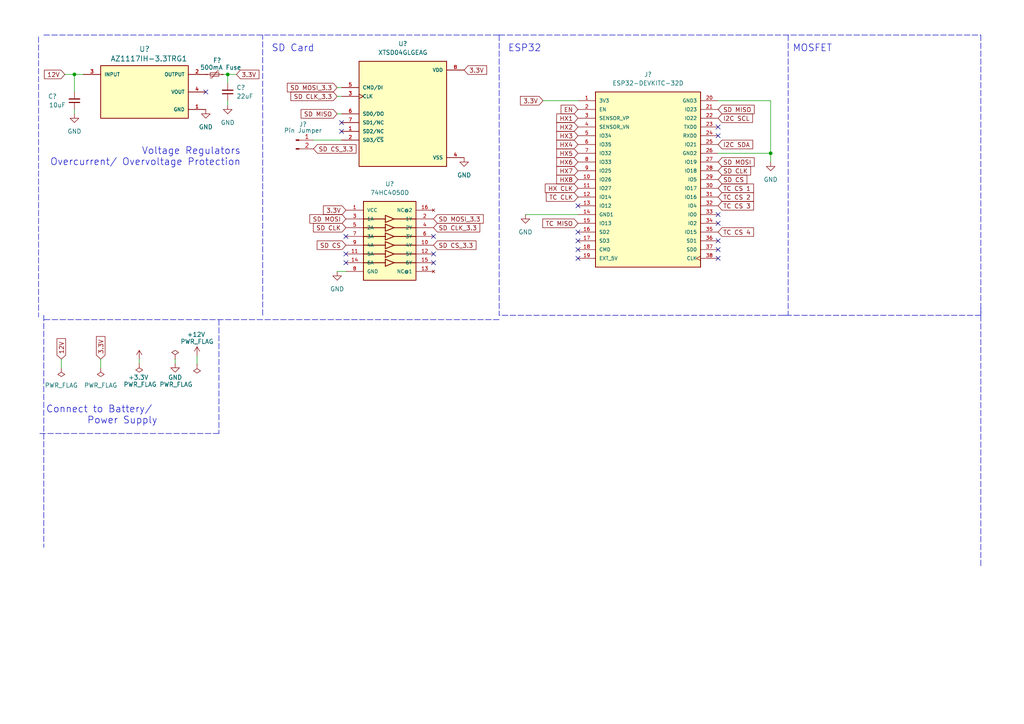
<source format=kicad_sch>
(kicad_sch (version 20211123) (generator eeschema)
  (paper "A4")
  (lib_symbols
    (symbol "AZ1117IH-3.3TRG1:AZ1117IH-3.3TRG1" (pin_names (offset 1.016))
      (property "Reference" "U" (at -12.7 8.128 0))
      (property "Value" "AZ1117IH-3.3TRG1" (at -12.7 -10.16 0))
      (symbol "AZ1117IH-3.3TRG1_0_0"
        (rectangle (start -12.7 -7.62) (end 12.7 7.62) (stroke (width 0.254)) (fill (type background)))
        (pin power_in line (at 17.78 -5.08 180) (length 5.08) (name "GND") (number "1"))
        (pin output line (at 17.78 5.08 180) (length 5.08) (name "OUTPUT") (number "2"))
        (pin input line (at -17.78 5.08 0) (length 5.08) (name "INPUT") (number "3"))
        (pin output line (at 17.78 0 180) (length 5.08) (name "VOUT") (number "4"))
      )
    )
    (symbol "Buf_74HC4050D:74HC4050D" (pin_names (offset 1.016))
      (property "Reference" "U" (at -7.38 11.9607 0))
      (property "Value" "74HC4050D" (at -7.6329 -13.7392 0))
      (symbol "74HC4050D_0_0"
        (rectangle (start -7.62 -11.43) (end 7.62 11.43) (stroke (width 0.254)) (fill (type background)))
        (polyline (pts (xy -7.62 -6.35) (xy -1.27 -6.35)) (stroke (width 0.254)))
        (polyline (pts (xy -7.62 -3.81) (xy -1.27 -3.81)) (stroke (width 0.254)))
        (polyline (pts (xy -7.62 -1.27) (xy -1.27 -1.27)) (stroke (width 0.254)))
        (polyline (pts (xy -7.62 1.27) (xy -1.27 1.27)) (stroke (width 0.254)))
        (polyline (pts (xy -7.62 3.81) (xy -1.27 3.81)) (stroke (width 0.254)))
        (polyline (pts (xy -7.62 6.35) (xy -1.27 6.35)) (stroke (width 0.254)))
        (polyline (pts (xy -1.27 -7.366) (xy -1.27 -6.35)) (stroke (width 0.254)))
        (polyline (pts (xy -1.27 -7.366) (xy 1.27 -6.35)) (stroke (width 0.254)))
        (polyline (pts (xy -1.27 -5.334) (xy -1.27 -6.35)) (stroke (width 0.254)))
        (polyline (pts (xy -1.27 -4.826) (xy 1.27 -3.81)) (stroke (width 0.254)))
        (polyline (pts (xy -1.27 -3.81) (xy -1.27 -4.826)) (stroke (width 0.254)))
        (polyline (pts (xy -1.27 -2.794) (xy -1.27 -3.81)) (stroke (width 0.254)))
        (polyline (pts (xy -1.27 -2.286) (xy -1.27 -1.27)) (stroke (width 0.254)))
        (polyline (pts (xy -1.27 -2.286) (xy 1.27 -1.27)) (stroke (width 0.254)))
        (polyline (pts (xy -1.27 -0.254) (xy -1.27 -1.27)) (stroke (width 0.254)))
        (polyline (pts (xy -1.27 0.254) (xy 1.27 1.27)) (stroke (width 0.254)))
        (polyline (pts (xy -1.27 1.27) (xy -1.27 0.254)) (stroke (width 0.254)))
        (polyline (pts (xy -1.27 2.286) (xy -1.27 1.27)) (stroke (width 0.254)))
        (polyline (pts (xy -1.27 2.794) (xy -1.27 3.81)) (stroke (width 0.254)))
        (polyline (pts (xy -1.27 2.794) (xy 1.27 3.81)) (stroke (width 0.254)))
        (polyline (pts (xy -1.27 4.826) (xy -1.27 3.81)) (stroke (width 0.254)))
        (polyline (pts (xy -1.27 5.334) (xy 1.27 6.35)) (stroke (width 0.254)))
        (polyline (pts (xy -1.27 6.35) (xy -1.27 5.334)) (stroke (width 0.254)))
        (polyline (pts (xy -1.27 7.366) (xy -1.27 6.35)) (stroke (width 0.254)))
        (polyline (pts (xy 1.27 -6.35) (xy -1.27 -5.334)) (stroke (width 0.254)))
        (polyline (pts (xy 1.27 -3.81) (xy -1.27 -2.794)) (stroke (width 0.254)))
        (polyline (pts (xy 1.27 -1.27) (xy -1.27 -0.254)) (stroke (width 0.254)))
        (polyline (pts (xy 1.27 1.27) (xy -1.27 2.286)) (stroke (width 0.254)))
        (polyline (pts (xy 1.27 3.81) (xy -1.27 4.826)) (stroke (width 0.254)))
        (polyline (pts (xy 1.27 6.35) (xy -1.27 7.366)) (stroke (width 0.254)))
        (polyline (pts (xy 7.62 -6.35) (xy 1.27 -6.35)) (stroke (width 0.254)))
        (polyline (pts (xy 7.62 -3.81) (xy 1.27 -3.81)) (stroke (width 0.254)))
        (polyline (pts (xy 7.62 -1.27) (xy 1.27 -1.27)) (stroke (width 0.254)))
        (polyline (pts (xy 7.62 1.27) (xy 1.27 1.27)) (stroke (width 0.254)))
        (polyline (pts (xy 7.62 3.81) (xy 1.27 3.81)) (stroke (width 0.254)))
        (polyline (pts (xy 7.62 6.35) (xy 1.27 6.35)) (stroke (width 0.254)))
        (pin power_in line (at -12.7 8.89 0) (length 5.08) (name "VCC") (number "1"))
        (pin output line (at 12.7 -1.27 180) (length 5.08) (name "4Y") (number "10"))
        (pin input line (at -12.7 -3.81 0) (length 5.08) (name "5A") (number "11"))
        (pin output line (at 12.7 -3.81 180) (length 5.08) (name "5Y") (number "12"))
        (pin no_connect line (at 12.7 -8.89 180) (length 5.08) (name "NC@1") (number "13"))
        (pin input line (at -12.7 -6.35 0) (length 5.08) (name "6A") (number "14"))
        (pin output line (at 12.7 -6.35 180) (length 5.08) (name "6Y") (number "15"))
        (pin no_connect line (at 12.7 8.89 180) (length 5.08) (name "NC@2") (number "16"))
        (pin output line (at 12.7 6.35 180) (length 5.08) (name "1Y") (number "2"))
        (pin input line (at -12.7 6.35 0) (length 5.08) (name "1A") (number "3"))
        (pin output line (at 12.7 3.81 180) (length 5.08) (name "2Y") (number "4"))
        (pin input line (at -12.7 3.81 0) (length 5.08) (name "2A") (number "5"))
        (pin output line (at 12.7 1.27 180) (length 5.08) (name "3Y") (number "6"))
        (pin input line (at -12.7 1.27 0) (length 5.08) (name "3A") (number "7"))
        (pin power_in line (at -12.7 -8.89 0) (length 5.08) (name "GND") (number "8"))
        (pin input line (at -12.7 -1.27 0) (length 5.08) (name "4A") (number "9"))
      )
    )
    (symbol "Connector:Conn_01x02_Male" (pin_names (offset 1.016) hide)
      (property "Reference" "J" (at 0 2.54 0))
      (property "Value" "Conn_01x02_Male" (at 0 -5.08 0))
      (symbol "Conn_01x02_Male_1_1"
        (polyline (pts (xy 1.27 -2.54) (xy 0.8636 -2.54)) (stroke (width 0.1524)))
        (polyline (pts (xy 1.27 0) (xy 0.8636 0)) (stroke (width 0.1524)))
        (rectangle (start 0.8636 -2.413) (end 0 -2.667) (stroke (width 0.1524)) (fill (type outline)))
        (rectangle (start 0.8636 0.127) (end 0 -0.127) (stroke (width 0.1524)) (fill (type outline)))
        (pin passive line (at 5.08 0 180) (length 3.81) (name "Pin_1") (number "1"))
        (pin passive line (at 5.08 -2.54 180) (length 3.81) (name "Pin_2") (number "2"))
      )
    )
    (symbol "Device:C_Small" (pin_numbers hide) (pin_names (offset 0.254) hide)
      (property "Reference" "C" (at 0.254 1.778 0))
      (property "Value" "C_Small" (at 0.254 -2.032 0))
      (symbol "C_Small_0_1"
        (polyline (pts (xy -1.524 -0.508) (xy 1.524 -0.508)) (stroke (width 0.3302)))
        (polyline (pts (xy -1.524 0.508) (xy 1.524 0.508)) (stroke (width 0.3048)))
      )
      (symbol "C_Small_1_1"
        (pin passive line (at 0 2.54 270) (length 2.032) (name "~") (number "1"))
        (pin passive line (at 0 -2.54 90) (length 2.032) (name "~") (number "2"))
      )
    )
    (symbol "Device:Polyfuse_Small" (pin_numbers hide) (pin_names (offset 0))
      (property "Reference" "F" (at -1.905 0 90))
      (property "Value" "Polyfuse_Small" (at 1.905 0 90))
      (symbol "Polyfuse_Small_0_1"
        (rectangle (start -0.508 1.27) (end 0.508 -1.27))
        (polyline (pts (xy 0 2.54) (xy 0 -2.54)))
        (polyline (pts (xy -1.016 1.27) (xy -1.016 0.762) (xy 1.016 -0.762) (xy 1.016 -1.27)))
      )
      (symbol "Polyfuse_Small_1_1"
        (pin passive line (at 0 2.54 270) (length 0.635) (name "~") (number "1"))
        (pin passive line (at 0 -2.54 90) (length 0.635) (name "~") (number "2"))
      )
    )
    (symbol "ESP32:ESP32-DEVKITC-32D" (pin_names (offset 1.016))
      (property "Reference" "U" (at -15.2654 26.0604 0))
      (property "Value" "ESP32-DEVKITC-32D" (at -15.2654 -27.9654 0))
      (symbol "ESP32-DEVKITC-32D_0_0"
        (rectangle (start -15.24 -25.4) (end 15.24 25.4) (stroke (width 0.254)) (fill (type background)))
        (pin power_in line (at -20.32 22.86 0) (length 5.08) (name "3V3") (number "1"))
        (pin bidirectional line (at -20.32 0 0) (length 5.08) (name "IO26") (number "10"))
        (pin bidirectional line (at -20.32 -2.54 0) (length 5.08) (name "IO27") (number "11"))
        (pin bidirectional line (at -20.32 -5.08 0) (length 5.08) (name "IO14") (number "12"))
        (pin bidirectional line (at -20.32 -7.62 0) (length 5.08) (name "IO12") (number "13"))
        (pin power_in line (at -20.32 -10.16 0) (length 5.08) (name "GND1") (number "14"))
        (pin bidirectional line (at -20.32 -12.7 0) (length 5.08) (name "IO13") (number "15"))
        (pin bidirectional line (at -20.32 -15.24 0) (length 5.08) (name "SD2") (number "16"))
        (pin bidirectional line (at -20.32 -17.78 0) (length 5.08) (name "SD3") (number "17"))
        (pin bidirectional line (at -20.32 -20.32 0) (length 5.08) (name "CMD") (number "18"))
        (pin power_in line (at -20.32 -22.86 0) (length 5.08) (name "EXT_5V") (number "19"))
        (pin input line (at -20.32 20.32 0) (length 5.08) (name "EN") (number "2"))
        (pin power_in line (at 20.32 22.86 180) (length 5.08) (name "GND3") (number "20"))
        (pin bidirectional line (at 20.32 20.32 180) (length 5.08) (name "IO23") (number "21"))
        (pin bidirectional line (at 20.32 17.78 180) (length 5.08) (name "IO22") (number "22"))
        (pin output line (at 20.32 15.24 180) (length 5.08) (name "TXD0") (number "23"))
        (pin input line (at 20.32 12.7 180) (length 5.08) (name "RXD0") (number "24"))
        (pin bidirectional line (at 20.32 10.16 180) (length 5.08) (name "IO21") (number "25"))
        (pin power_in line (at 20.32 7.62 180) (length 5.08) (name "GND2") (number "26"))
        (pin bidirectional line (at 20.32 5.08 180) (length 5.08) (name "IO19") (number "27"))
        (pin bidirectional line (at 20.32 2.54 180) (length 5.08) (name "IO18") (number "28"))
        (pin bidirectional line (at 20.32 0 180) (length 5.08) (name "IO5") (number "29"))
        (pin input line (at -20.32 17.78 0) (length 5.08) (name "SENSOR_VP") (number "3"))
        (pin bidirectional line (at 20.32 -2.54 180) (length 5.08) (name "IO17") (number "30"))
        (pin bidirectional line (at 20.32 -5.08 180) (length 5.08) (name "IO16") (number "31"))
        (pin bidirectional line (at 20.32 -7.62 180) (length 5.08) (name "IO4") (number "32"))
        (pin bidirectional line (at 20.32 -10.16 180) (length 5.08) (name "IO0") (number "33"))
        (pin bidirectional line (at 20.32 -12.7 180) (length 5.08) (name "IO2") (number "34"))
        (pin bidirectional line (at 20.32 -15.24 180) (length 5.08) (name "IO15") (number "35"))
        (pin bidirectional line (at 20.32 -17.78 180) (length 5.08) (name "SD1") (number "36"))
        (pin bidirectional line (at 20.32 -20.32 180) (length 5.08) (name "SD0") (number "37"))
        (pin input clock (at 20.32 -22.86 180) (length 5.08) (name "CLK") (number "38"))
        (pin input line (at -20.32 15.24 0) (length 5.08) (name "SENSOR_VN") (number "4"))
        (pin bidirectional line (at -20.32 12.7 0) (length 5.08) (name "IO34") (number "5"))
        (pin bidirectional line (at -20.32 10.16 0) (length 5.08) (name "IO35") (number "6"))
        (pin bidirectional line (at -20.32 7.62 0) (length 5.08) (name "IO32") (number "7"))
        (pin bidirectional line (at -20.32 5.08 0) (length 5.08) (name "IO33") (number "8"))
        (pin bidirectional line (at -20.32 2.54 0) (length 5.08) (name "IO25") (number "9"))
      )
    )
    (symbol "GND_1" (power) (pin_names (offset 0))
      (property "Value" "GND_1" (at 0 -3.81 0))
      (symbol "GND_1_0_1"
        (polyline (pts (xy 0 0) (xy 0 -1.27) (xy 1.27 -1.27) (xy 0 -2.54) (xy -1.27 -1.27) (xy 0 -1.27)))
      )
      (symbol "GND_1_1_1"
        (pin power_in line (at 0 0 270) (length 0) hide (name "GND") (number "1"))
      )
    )
    (symbol "GND_10" (power) (pin_names (offset 0))
      (property "Value" "GND_10" (at 0 -3.81 0))
      (symbol "GND_10_0_1"
        (polyline (pts (xy 0 0) (xy 0 -1.27) (xy 1.27 -1.27) (xy 0 -2.54) (xy -1.27 -1.27) (xy 0 -1.27)))
      )
      (symbol "GND_10_1_1"
        (pin power_in line (at 0 0 270) (length 0) hide (name "GND") (number "1"))
      )
    )
    (symbol "GND_11" (power) (pin_names (offset 0))
      (property "Value" "GND_11" (at 0 -3.81 0))
      (symbol "GND_11_0_1"
        (polyline (pts (xy 0 0) (xy 0 -1.27) (xy 1.27 -1.27) (xy 0 -2.54) (xy -1.27 -1.27) (xy 0 -1.27)))
      )
      (symbol "GND_11_1_1"
        (pin power_in line (at 0 0 270) (length 0) hide (name "GND") (number "1"))
      )
    )
    (symbol "GND_2" (power) (pin_names (offset 0))
      (property "Value" "GND_2" (at 0 -3.81 0))
      (symbol "GND_2_0_1"
        (polyline (pts (xy 0 0) (xy 0 -1.27) (xy 1.27 -1.27) (xy 0 -2.54) (xy -1.27 -1.27) (xy 0 -1.27)))
      )
      (symbol "GND_2_1_1"
        (pin power_in line (at 0 0 270) (length 0) hide (name "GND") (number "1"))
      )
    )
    (symbol "GND_4" (power) (pin_names (offset 0))
      (property "Value" "GND_4" (at 0 -3.81 0))
      (symbol "GND_4_0_1"
        (polyline (pts (xy 0 0) (xy 0 -1.27) (xy 1.27 -1.27) (xy 0 -2.54) (xy -1.27 -1.27) (xy 0 -1.27)))
      )
      (symbol "GND_4_1_1"
        (pin power_in line (at 0 0 270) (length 0) hide (name "GND") (number "1"))
      )
    )
    (symbol "GND_5" (power) (pin_names (offset 0))
      (property "Value" "GND_5" (at 0 -3.81 0))
      (symbol "GND_5_0_1"
        (polyline (pts (xy 0 0) (xy 0 -1.27) (xy 1.27 -1.27) (xy 0 -2.54) (xy -1.27 -1.27) (xy 0 -1.27)))
      )
      (symbol "GND_5_1_1"
        (pin power_in line (at 0 0 270) (length 0) hide (name "GND") (number "1"))
      )
    )
    (symbol "GND_6" (power) (pin_names (offset 0))
      (property "Value" "GND_6" (at 0 -3.81 0))
      (symbol "GND_6_0_1"
        (polyline (pts (xy 0 0) (xy 0 -1.27) (xy 1.27 -1.27) (xy 0 -2.54) (xy -1.27 -1.27) (xy 0 -1.27)))
      )
      (symbol "GND_6_1_1"
        (pin power_in line (at 0 0 270) (length 0) hide (name "GND") (number "1"))
      )
    )
    (symbol "XTSD_NAND:XTSD04GLGEAG" (pin_names (offset 1.016))
      (property "Reference" "U" (at -12.7 16.002 0))
      (property "Value" "XTSD04GLGEAG" (at -12.7 -17.78 0))
      (symbol "XTSD04GLGEAG_0_0"
        (rectangle (start -12.7 -15.24) (end 12.7 15.24) (stroke (width 0.254)) (fill (type background)))
        (pin bidirectional line (at -17.78 -5.08 0) (length 5.08) (name "SD2/NC") (number "1"))
        (pin bidirectional line (at -17.78 -7.62 0) (length 5.08) (name "SD3/~{CS}") (number "2"))
        (pin input clock (at -17.78 5.08 0) (length 5.08) (name "CLK") (number "3"))
        (pin power_in line (at 17.78 -12.7 180) (length 5.08) (name "VSS") (number "4"))
        (pin input line (at -17.78 7.62 0) (length 5.08) (name "CMD/DI") (number "5"))
        (pin bidirectional line (at -17.78 0 0) (length 5.08) (name "SD0/DO") (number "6"))
        (pin bidirectional line (at -17.78 -2.54 0) (length 5.08) (name "SD1/NC") (number "7"))
        (pin power_in line (at 17.78 12.7 180) (length 5.08) (name "VDD") (number "8"))
      )
    )
    (symbol "power:+12V" (power) (pin_names (offset 0))
      (property "Value" "+12V" (at 0 3.556 0))
      (symbol "+12V_0_1"
        (polyline (pts (xy -0.762 1.27) (xy 0 2.54)))
        (polyline (pts (xy 0 0) (xy 0 2.54)))
        (polyline (pts (xy 0 2.54) (xy 0.762 1.27)))
      )
      (symbol "+12V_1_1"
        (pin power_in line (at 0 0 90) (length 0) hide (name "+12V") (number "1"))
      )
    )
    (symbol "power:+3.3V" (power) (pin_names (offset 0))
      (property "Value" "+3.3V" (at 0 3.556 0))
      (symbol "+3.3V_0_1"
        (polyline (pts (xy -0.762 1.27) (xy 0 2.54)))
        (polyline (pts (xy 0 0) (xy 0 2.54)))
        (polyline (pts (xy 0 2.54) (xy 0.762 1.27)))
      )
      (symbol "+3.3V_1_1"
        (pin power_in line (at 0 0 90) (length 0) hide (name "+3.3V") (number "1"))
      )
    )
    (symbol "power:GND" (power) (pin_names (offset 0))
      (property "Value" "GND" (at 0 -3.81 0))
      (symbol "GND_0_1"
        (polyline (pts (xy 0 0) (xy 0 -1.27) (xy 1.27 -1.27) (xy 0 -2.54) (xy -1.27 -1.27) (xy 0 -1.27)))
      )
      (symbol "GND_1_1"
        (pin power_in line (at 0 0 270) (length 0) hide (name "GND") (number "1"))
      )
    )
    (symbol "power:PWR_FLAG" (power) (pin_numbers hide) (pin_names (offset 0) hide)
      (property "Value" "PWR_FLAG" (at 0 3.81 0))
      (symbol "PWR_FLAG_0_0"
        (pin power_out line (at 0 0 90) (length 0) (name "pwr") (number "1"))
      )
      (symbol "PWR_FLAG_0_1"
        (polyline (pts (xy 0 0) (xy 0 1.27) (xy -1.016 1.905) (xy 0 2.54) (xy 1.016 1.905) (xy 0 1.27)))
      )
    )
  )
  (junction (at 66.04 21.59))
  (junction (at 223.52 44.45))
  (junction (at 21.59 21.59))
  (no_connect (at 99.06 35.56))
  (no_connect (at 208.28 39.37))
  (no_connect (at 100.33 68.58))
  (no_connect (at 208.28 74.93))
  (no_connect (at 59.69 26.67))
  (no_connect (at 100.33 76.2))
  (no_connect (at 167.64 72.39))
  (no_connect (at 100.33 73.66))
  (no_connect (at 208.28 64.77))
  (no_connect (at 167.64 67.31))
  (no_connect (at 167.64 59.69))
  (no_connect (at 167.64 74.93))
  (no_connect (at 208.28 72.39))
  (no_connect (at 99.06 38.1))
  (no_connect (at 208.28 36.83))
  (no_connect (at 208.28 69.85))
  (no_connect (at 125.73 68.58))
  (no_connect (at 208.28 62.23))
  (no_connect (at 125.73 73.66))
  (no_connect (at 167.64 69.85))
  (no_connect (at 125.73 76.2))
  (polyline (pts (xy 76.2 91.44) (xy 76.2 10.16)))
  (wire (pts (xy 50.8 104.14) (xy 50.8 105.41)))
  (wire (pts (xy 223.52 29.21) (xy 223.52 44.45)))
  (polyline (pts (xy 144.78 10.16) (xy 284.48 10.16)))
  (polyline (pts (xy 228.6 10.16) (xy 228.6 91.44)))
  (polyline (pts (xy 284.48 164.084) (xy 284.48 88.9)))
  (wire (pts (xy 208.28 44.45) (xy 223.52 44.45)))
  (polyline (pts (xy 144.78 10.16) (xy 144.78 91.44)))
  (wire (pts (xy 152.4 62.23) (xy 167.64 62.23)))
  (wire (pts (xy 97.79 27.94) (xy 99.06 27.94)))
  (wire (pts (xy 21.59 21.59) (xy 21.59 26.67)))
  (wire (pts (xy 66.04 29.21) (xy 66.04 30.48)))
  (wire (pts (xy 208.28 29.21) (xy 223.52 29.21)))
  (polyline (pts (xy 144.78 92.71) (xy 12.7 92.71)))
  (wire (pts (xy 97.79 78.74) (xy 100.33 78.74)))
  (polyline (pts (xy 63.5 125.73) (xy 11.43 125.73)))
  (wire (pts (xy 223.52 46.99) (xy 223.52 44.45)))
  (polyline (pts (xy 284.48 91.44) (xy 144.78 91.44)))
  (wire (pts (xy 18.796 21.59) (xy 21.59 21.59)))
  (polyline (pts (xy 12.7 91.44) (xy 12.7 158.75)))
  (wire (pts (xy 29.21 104.14) (xy 29.21 106.68)))
  (polyline (pts (xy 11.176 10.668) (xy 11.176 91.948)))
  (wire (pts (xy 21.59 31.75) (xy 21.59 33.02)))
  (polyline (pts (xy 228.6 91.44) (xy 227.33 91.44)))
  (wire (pts (xy 21.59 21.59) (xy 24.13 21.59)))
  (wire (pts (xy 17.78 104.14) (xy 17.78 106.68)))
  (wire (pts (xy 57.15 103.124) (xy 57.15 105.664)))
  (wire (pts (xy 97.79 25.4) (xy 99.06 25.4)))
  (wire (pts (xy 90.932 40.64) (xy 99.06 40.64)))
  (wire (pts (xy 64.77 21.59) (xy 66.04 21.59)))
  (polyline (pts (xy 12.7 10.16) (xy 144.78 10.16)))
  (wire (pts (xy 157.48 29.21) (xy 167.64 29.21)))
  (polyline (pts (xy 63.5 92.71) (xy 63.5 125.73)))
  (wire (pts (xy 66.04 21.59) (xy 68.58 21.59)))
  (wire (pts (xy 97.79 33.02) (xy 99.06 33.02)))
  (wire (pts (xy 66.04 21.59) (xy 66.04 24.13)))
  (polyline (pts (xy 284.48 10.16) (xy 284.48 91.44)))
  (wire (pts (xy 40.386 105.41) (xy 40.386 104.14)))
  (text "Connect to Battery/ \nPower Supply" (at 45.72 123.19 180) (effects (font (size 2 2)) (justify right bottom)))
  (text "SD Card" (at 78.74 15.24 0) (effects (font (size 2 2)) (justify left bottom)))
  (text "MOSFET" (at 229.87 15.24 0) (effects (font (size 2 2)) (justify left bottom)))
  (text "ESP32" (at 147.32 15.24 0) (effects (font (size 2 2)) (justify left bottom)))
  (text "Voltage Regulators\nOvercurrent/ Overvoltage Protection" (at 69.85 48.26 0) (effects (font (size 2 2)) (justify right bottom)))
  (global_label "HX CLK" (shape input) (at 167.64 54.61 180) (property "Intersheet References" "${INTERSHEET_REFS}" (effects hide)))
  (global_label "I2C SCL" (shape input) (at 208.28 34.29 0) (property "Intersheet References" "${INTERSHEET_REFS}" (effects hide)))
  (global_label "SD MOSI_3.3" (shape input) (at 97.79 25.4 180) (property "Intersheet References" "${INTERSHEET_REFS}" (effects hide)))
  (global_label "EN" (shape input) (at 167.64 31.75 180) (property "Intersheet References" "${INTERSHEET_REFS}" (effects hide)))
  (global_label "3.3V" (shape input) (at 68.58 21.59 0) (property "Intersheet References" "${INTERSHEET_REFS}" (effects hide)))
  (global_label "TC CS 1" (shape input) (at 208.28 54.61 0) (property "Intersheet References" "${INTERSHEET_REFS}" (effects hide)))
  (global_label "HX8" (shape input) (at 167.64 52.07 180) (property "Intersheet References" "${INTERSHEET_REFS}" (effects hide)))
  (global_label "SD CS_3.3" (shape input) (at 125.73 71.12 0) (property "Intersheet References" "${INTERSHEET_REFS}" (effects hide)))
  (global_label "SD MISO" (shape input) (at 208.28 31.75 0) (property "Intersheet References" "${INTERSHEET_REFS}" (effects hide)))
  (global_label "HX7" (shape input) (at 167.64 49.53 180) (property "Intersheet References" "${INTERSHEET_REFS}" (effects hide)))
  (global_label "TC CS 4" (shape input) (at 208.28 67.31 0) (property "Intersheet References" "${INTERSHEET_REFS}" (effects hide)))
  (global_label "TC CS 2" (shape input) (at 208.28 57.15 0) (property "Intersheet References" "${INTERSHEET_REFS}" (effects hide)))
  (global_label "HX3" (shape input) (at 167.64 39.37 180) (property "Intersheet References" "${INTERSHEET_REFS}" (effects hide)))
  (global_label "3.3V" (shape input) (at 29.21 104.14 90) (property "Intersheet References" "${INTERSHEET_REFS}" (effects hide)))
  (global_label "HX1" (shape input) (at 167.64 34.29 180) (property "Intersheet References" "${INTERSHEET_REFS}" (effects hide)))
  (global_label "SD CS" (shape input) (at 100.33 71.12 180) (property "Intersheet References" "${INTERSHEET_REFS}" (effects hide)))
  (global_label "12V" (shape input) (at 18.796 21.59 180) (property "Intersheet References" "${INTERSHEET_REFS}" (effects hide)))
  (global_label "HX6" (shape input) (at 167.64 46.99 180) (property "Intersheet References" "${INTERSHEET_REFS}" (effects hide)))
  (global_label "SD CS_3.3" (shape input) (at 90.932 43.18 0) (property "Intersheet References" "${INTERSHEET_REFS}" (effects hide)))
  (global_label "TC MISO" (shape input) (at 167.64 64.77 180) (property "Intersheet References" "${INTERSHEET_REFS}" (effects hide)))
  (global_label "12V" (shape input) (at 17.78 104.14 90) (property "Intersheet References" "${INTERSHEET_REFS}" (effects hide)))
  (global_label "SD CLK" (shape input) (at 100.33 66.04 180) (property "Intersheet References" "${INTERSHEET_REFS}" (effects hide)))
  (global_label "SD CLK_3.3" (shape input) (at 97.79 27.94 180) (property "Intersheet References" "${INTERSHEET_REFS}" (effects hide)))
  (global_label "SD CLK_3.3" (shape input) (at 125.73 66.04 0) (property "Intersheet References" "${INTERSHEET_REFS}" (effects hide)))
  (global_label "TC CLK" (shape input) (at 167.64 57.15 180) (property "Intersheet References" "${INTERSHEET_REFS}" (effects hide)))
  (global_label "SD MOSI" (shape input) (at 100.33 63.5 180) (property "Intersheet References" "${INTERSHEET_REFS}" (effects hide)))
  (global_label "3.3V" (shape input) (at 100.33 60.96 180) (property "Intersheet References" "${INTERSHEET_REFS}" (effects hide)))
  (global_label "TC CS 3" (shape input) (at 208.28 59.69 0) (property "Intersheet References" "${INTERSHEET_REFS}" (effects hide)))
  (global_label "HX2" (shape input) (at 167.64 36.83 180) (property "Intersheet References" "${INTERSHEET_REFS}" (effects hide)))
  (global_label "SD CS" (shape input) (at 208.28 52.07 0) (property "Intersheet References" "${INTERSHEET_REFS}" (effects hide)))
  (global_label "3.3V" (shape input) (at 134.62 20.32 0) (property "Intersheet References" "${INTERSHEET_REFS}" (effects hide)))
  (global_label "SD MISO" (shape input) (at 97.79 33.02 180) (property "Intersheet References" "${INTERSHEET_REFS}" (effects hide)))
  (global_label "SD MOSI_3.3" (shape input) (at 125.73 63.5 0) (property "Intersheet References" "${INTERSHEET_REFS}" (effects hide)))
  (global_label "HX4" (shape input) (at 167.64 41.91 180) (property "Intersheet References" "${INTERSHEET_REFS}" (effects hide)))
  (global_label "SD MOSI" (shape input) (at 208.28 46.99 0) (property "Intersheet References" "${INTERSHEET_REFS}" (effects hide)))
  (global_label "SD CLK" (shape input) (at 208.28 49.53 0) (property "Intersheet References" "${INTERSHEET_REFS}" (effects hide)))
  (global_label "HX5" (shape input) (at 167.64 44.45 180) (property "Intersheet References" "${INTERSHEET_REFS}" (effects hide)))
  (global_label "I2C SDA" (shape input) (at 208.28 41.91 0) (property "Intersheet References" "${INTERSHEET_REFS}" (effects hide)))
  (global_label "3.3V" (shape input) (at 157.48 29.21 180) (property "Intersheet References" "${INTERSHEET_REFS}" (effects hide)))
  (symbol (lib_id "Buf_74HC4050D:74HC4050D") (at 113.03 69.85 0) (unit 1)
    (property "Reference" "U?" (at 113.03 53.34 0))
    (property "Value" "74HC4050D" (at 113.03 55.88 0))
    (property "Footprint" "74HC4050D:SO16" (effects hide))
    (property "MF" "Nexperia" (effects hide))
    (property "Description" "\nBuffers & Line Drivers HEX HI-LO LVL SHIFTR\n" (effects hide))
    (property "Package" "None" (effects hide))
    (property "Price" "None" (effects hide))
    (property "SnapEDA_Link" "https://www.snapeda.com/parts/74HC4050D/Nexperia/view-part/?ref=snap" (effects hide))
    (property "MP" "74HC4050D" (effects hide))
    (property "Purchase-URL" "https://pricing.snapeda.com/search?q=74HC4050D&ref=eda" (effects hide))
    (property "Availability" "In Stock" (effects hide))
    (property "Check_prices" "https://www.snapeda.com/parts/74HC4050D/Nexperia/view-part/?ref=eda" (effects hide))
  )
  (symbol (lib_id "power:GND") (at 50.8 105.41 0) (unit 1)
    (property "Reference" "#PWR?" (effects hide))
    (property "Value" "GND" (at 50.8 109.474 0))
  )
  (symbol (lib_id "power:+3.3V") (at 40.386 104.14 0) (unit 1)
    (property "Reference" "#PWR?" (effects hide))
    (property "Value" "+3.3V" (at 40.132 109.474 0))
  )
  (symbol (lib_id "XTSD_NAND:XTSD04GLGEAG") (at 116.84 33.02 0) (unit 1)
    (property "Reference" "U?" (at 116.84 12.7 0))
    (property "Value" "XTSD04GLGEAG" (at 116.84 15.24 0))
    (property "Footprint" "XTSD04GLGEAG:SON127P600X800X95-8N" (effects hide))
    (property "MF" "XTX" (effects hide))
    (property "MAXIMUM_PACKAGE_HEIGHT" "0.95 mm" (effects hide))
    (property "Package" "Package" (effects hide))
    (property "Price" "None" (effects hide))
    (property "Check_prices" "https://www.snapeda.com/parts/XTSD04GLGEAG/XTX/view-part/?ref=eda" (effects hide))
    (property "STANDARD" "IPC-7351B" (effects hide))
    (property "PARTREV" "3.1" (effects hide))
    (property "SnapEDA_Link" "https://www.snapeda.com/parts/XTSD04GLGEAG/XTX/view-part/?ref=snap" (effects hide))
    (property "MP" "XTSD04GLGEAG" (effects hide))
    (property "Description" "\nFlash Memory Card 4Gbit 2.7V to 3.6V SD Card 8-Pin LGA\n" (effects hide))
    (property "MANUFACTURER" "XTX" (effects hide))
    (property "Availability" "Not in stock" (effects hide))
    (property "SNAPEDA_PN" "XTSD04GLGEAG" (effects hide))
  )
  (symbol (lib_id "Device:C_Small") (at 66.04 26.67 180) (unit 1)
    (property "Reference" "C?" (at 68.58 25.3935 0) (effects (justify right)))
    (property "Value" "22uF" (at 68.58 27.9335 0) (effects (justify right)))
    (property "Footprint" "Capacitor_SMD:C_0603_1608Metric" (effects hide))
  )
  (symbol (lib_id "power:PWR_FLAG") (at 40.386 105.41 180) (unit 1)
    (property "Reference" "#FLG?" (effects hide))
    (property "Value" "PWR_FLAG" (at 40.64 111.506 0))
  )
  (symbol (lib_name "GND_5") (lib_id "power:GND") (at 134.62 45.72 0) (unit 1)
    (property "Reference" "#PWR?" (effects hide))
    (property "Value" "GND" (at 134.62 50.8 0))
  )
  (symbol (lib_id "AZ1117IH-3.3TRG1:AZ1117IH-3.3TRG1") (at 41.91 26.67 0) (unit 1)
    (property "Reference" "U?" (at 41.91 14.224 0) (effects (font (size 1.524 1.524))))
    (property "Value" "AZ1117IH-3.3TRG1" (at 43.18 17.018 0) (effects (font (size 1.524 1.524))))
    (property "Footprint" "AZ1117IH-3:SOT230P700X185-4N" (effects hide))
    (property "Datasheet" "AZ1117IH-3.3TRG1" (effects hide))
    (property "MF" "Diodes Inc." (effects hide))
    (property "SNAPEDA_PACKAGE_ID" "6532" (effects hide))
    (property "MAXIMUM_PACKAGE_HEIGHT" "1.85 mm" (effects hide))
    (property "Price" "None" (effects hide))
    (property "Package" "SOT-223 Diodes Inc." (effects hide))
    (property "Check_prices" "https://www.snapeda.com/parts/AZ1117IH-3.3TRG1/Diodes+Inc./view-part/?ref=eda" (effects hide))
    (property "STANDARD" "IPC 7351B" (effects hide))
    (property "PARTREV" "2-2" (effects hide))
    (property "SnapEDA_Link" "https://www.snapeda.com/parts/AZ1117IH-3.3TRG1/Diodes+Inc./view-part/?ref=snap" (effects hide))
    (property "MP" "AZ1117IH-3.3TRG1" (effects hide))
    (property "Purchase-URL" "https://www.snapeda.com/api/url_track_click_mouser/?unipart_id=490259&manufacturer=Diodes Inc.&part_name=AZ1117IH-3.3TRG1&search_term=az1117ih-3.3trg1" (effects hide))
    (property "Description" "\nLinear Voltage Regulator IC Positive Fixed 1 Output 1A SOT-223-3\n" (effects hide))
    (property "MANUFACTURER" "Diodes Inc." (effects hide))
    (property "Availability" "In Stock" (effects hide))
    (property "SNAPEDA_PN" "AZ1117IH-3.3TRG1" (effects hide))
  )
  (symbol (lib_id "power:PWR_FLAG") (at 50.8 104.14 0) (unit 1)
    (property "Reference" "#FLG?" (effects hide))
    (property "Value" "PWR_FLAG" (at 51.054 111.506 0))
  )
  (symbol (lib_id "Connector:Conn_01x02_Male") (at 85.852 40.64 0) (unit 1)
    (property "Reference" "J?" (at 87.884 36.068 0))
    (property "Value" "Pin Jumper" (at 87.884 37.846 0))
    (property "Footprint" "Connector_PinHeader_2.54mm:PinHeader_1x02_P2.54mm_Vertical" (effects hide))
  )
  (symbol (lib_id "power:PWR_FLAG") (at 57.15 105.664 180) (unit 1)
    (property "Reference" "#FLG?" (effects hide))
    (property "Value" "PWR_FLAG" (at 57.15 99.06 0))
  )
  (symbol (lib_id "power:PWR_FLAG") (at 17.78 106.68 180) (unit 1)
    (property "Reference" "#FLG?" (effects hide))
    (property "Value" "PWR_FLAG" (at 17.78 111.76 0))
  )
  (symbol (lib_name "GND_1") (lib_id "power:GND") (at 66.04 30.48 0) (unit 1)
    (property "Reference" "#PWR?" (effects hide))
    (property "Value" "GND" (at 66.04 35.56 0))
  )
  (symbol (lib_id "ESP32:ESP32-DEVKITC-32D") (at 187.96 52.07 0) (unit 1)
    (property "Reference" "J?" (at 187.96 21.59 0))
    (property "Value" "ESP32-DEVKITC-32D" (at 187.96 24.13 0))
    (property "Footprint" "Ellie_Project_Footprints:MODULE_ESP32-DEVKITC-32D" (effects hide))
    (property "MANUFACTURER" "Espressif Systems" (effects hide))
    (property "PARTREV" "4" (effects hide))
  )
  (symbol (lib_id "power:+12V") (at 57.15 103.124 0) (unit 1)
    (property "Reference" "#PWR?" (effects hide))
    (property "Value" "+12V" (at 56.896 97.028 0))
  )
  (symbol (lib_name "GND_6") (lib_id "power:GND") (at 152.4 62.23 0) (unit 1)
    (property "Reference" "#PWR?" (effects hide))
    (property "Value" "GND" (at 152.4 67.31 0))
  )
  (symbol (lib_name "GND_2") (lib_id "power:GND") (at 59.69 31.75 0) (unit 1)
    (property "Reference" "#PWR?" (effects hide))
    (property "Value" "GND" (at 59.69 36.83 0))
  )
  (symbol (lib_id "power:PWR_FLAG") (at 29.21 106.68 180) (unit 1)
    (property "Reference" "#FLG?" (effects hide))
    (property "Value" "PWR_FLAG" (at 29.21 111.76 0))
  )
  (symbol (lib_name "GND_10") (lib_id "power:GND") (at 21.59 33.02 0) (unit 1)
    (property "Reference" "#PWR?" (effects hide))
    (property "Value" "GND" (at 21.59 38.1 0))
  )
  (symbol (lib_id "Device:Polyfuse_Small") (at 62.23 21.59 90) (unit 1)
    (property "Reference" "F?" (at 62.992 17.526 90))
    (property "Value" "500mA Fuse" (at 64.008 19.558 90))
    (property "Footprint" "Fuse:Fuse_0603_1608Metric" (effects hide))
  )
  (symbol (lib_id "Device:C_Small") (at 21.59 29.21 0) (mirror x) (unit 1)
    (property "Reference" "C?" (at 16.51 27.94 0) (effects (justify right)))
    (property "Value" "10uF" (at 19.05 30.48 0) (effects (justify right)))
    (property "Footprint" "Capacitor_SMD:C_0603_1608Metric" (effects hide))
  )
  (symbol (lib_name "GND_11") (lib_id "power:GND") (at 223.52 46.99 0) (unit 1)
    (property "Reference" "#PWR?" (effects hide))
    (property "Value" "GND" (at 223.52 52.07 0))
  )
  (symbol (lib_name "GND_4") (lib_id "power:GND") (at 97.79 78.74 0) (unit 1)
    (property "Reference" "#PWR?" (effects hide))
    (property "Value" "GND" (at 97.79 83.82 0))
  )
)
</source>
